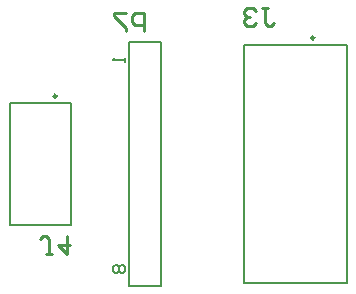
<source format=gbo>
G04*
G04 #@! TF.GenerationSoftware,Altium Limited,Altium Designer,20.2.6 (244)*
G04*
G04 Layer_Color=32896*
%FSLAX25Y25*%
%MOIN*%
G70*
G04*
G04 #@! TF.SameCoordinates,3B791BB4-AEC8-405A-9348-557AA33B983F*
G04*
G04*
G04 #@! TF.FilePolarity,Positive*
G04*
G01*
G75*
%ADD10C,0.00984*%
%ADD11C,0.00787*%
%ADD13C,0.01000*%
%ADD97C,0.00600*%
D10*
X331492Y258028D02*
G03*
X331492Y258028I-492J0D01*
G01*
X245606Y238612D02*
G03*
X245606Y238612I-492J0D01*
G01*
D11*
X307949Y255665D02*
X342280D01*
Y176335D02*
Y255665D01*
X307949Y176335D02*
X342280D01*
X307949D02*
Y255665D01*
X269819Y175409D02*
X280410D01*
X269819D02*
Y256591D01*
X280410D01*
Y175409D02*
Y256591D01*
X229957Y236250D02*
X250272D01*
Y195750D02*
Y236250D01*
X229957Y195750D02*
X250272D01*
X229957D02*
Y236250D01*
D13*
X274814Y260500D02*
Y266498D01*
X271815D01*
X270815Y265498D01*
Y263499D01*
X271815Y262499D01*
X274814D01*
X268816Y266498D02*
X264817D01*
Y265498D01*
X268816Y261500D01*
Y260500D01*
X244013Y186002D02*
X242014D01*
X243013D01*
Y191000D01*
X242014Y192000D01*
X241014D01*
X240014Y191000D01*
X249011Y192000D02*
Y186002D01*
X246012Y189001D01*
X250011D01*
X314116Y267998D02*
X316115D01*
X315115D01*
Y263000D01*
X316115Y262000D01*
X317114D01*
X318114Y263000D01*
X312116Y266998D02*
X311116Y267998D01*
X309117D01*
X308117Y266998D01*
Y265999D01*
X309117Y264999D01*
X310117D01*
X309117D01*
X308117Y263999D01*
Y263000D01*
X309117Y262000D01*
X311116D01*
X312116Y263000D01*
D97*
X265089Y182496D02*
X264423Y181830D01*
Y180497D01*
X265089Y179830D01*
X265756D01*
X266422Y180497D01*
X267088Y179830D01*
X267755D01*
X268421Y180497D01*
Y181830D01*
X267755Y182496D01*
X267088D01*
X266422Y181830D01*
X265756Y182496D01*
X265089D01*
X266422Y181830D02*
Y180497D01*
X268421Y251472D02*
Y250139D01*
Y250806D01*
X264423D01*
X265089Y251472D01*
M02*

</source>
